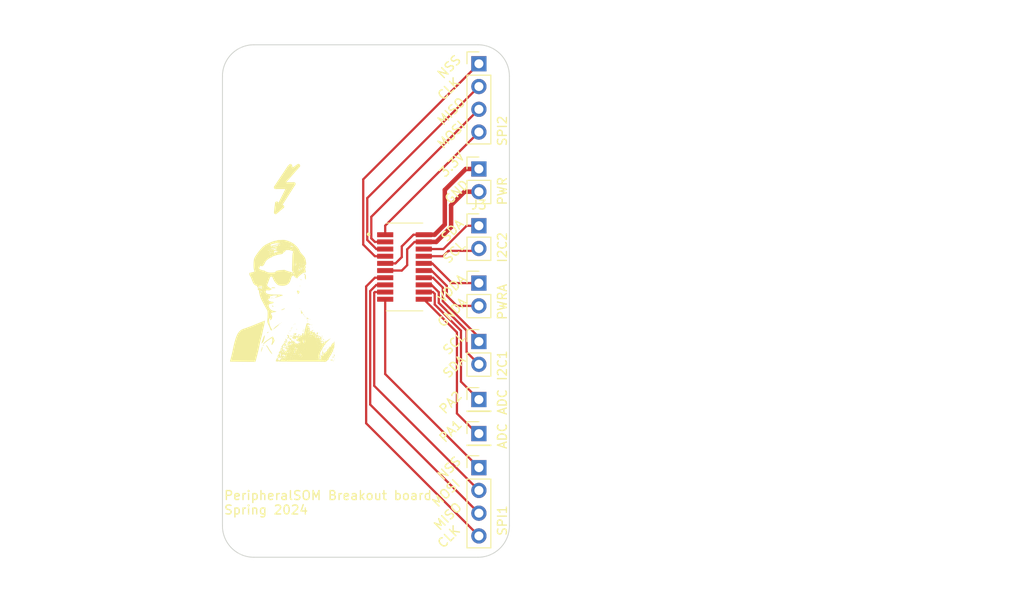
<source format=kicad_pcb>
(kicad_pcb (version 20221018) (generator pcbnew)
  (layers (0 "F.Cu" signal) (31 "B.Cu" signal) (34 "B.Paste" user) (35 "F.Paste" user) (36 "B.SilkS" user "B.Silkscreen") (37 "F.SilkS" user "F.Silkscreen") (38 "B.Mask" user) (39 "F.Mask" user) (44 "Edge.Cuts" user))
  (net 0 "")
  (net 1 "+3.3V")
  (net 2 "GND")
  (net 3 "/I2C1_SDA")
  (net 4 "/I2C1_SCL")
  (net 5 "/I2C2_SDA")
  (net 6 "/I2C2_SCL")
  (net 7 "VDDA")
  (net 8 "GNDA")
  (net 9 "/SPI1_MISO")
  (net 10 "/SPI1_MOSI")
  (net 11 "/SPI1_CLK")
  (net 12 "/SPI1_NSS")
  (net 13 "/SPI2_MISO")
  (net 14 "/SPI2_MOSI")
  (net 15 "/SPI2_CLK")
  (net 16 "/SPI2_NSS")
  (net 17 "/PA1")
  (net 18 "/PA2")
  (footprint "UTSVT_Special:Hallock_Image_Tiny" (layer "F.Cu") (at 141 101.8)
    (fp_text reference "G***" hide)
    (fp_text value "LOGO" hide)
  )
  (footprint "Connector_PinHeader_2.54mm:PinHeader_1x02_P2.54mm_Vertical" (layer "F.Cu") (at 163.4 100)
    (fp_text reference "J4" hide)
    (fp_text value "Conn_01x02")
    (pad "1" thru_hole rect (at 0 0) (size 1.7 1.7) (drill 1) (layers "*.Cu" "*.Mask") (net 7 "VDDA"))
    (pad "2" thru_hole oval (at 0 2.54) (size 1.7 1.7) (drill 1) (layers "*.Cu" "*.Mask") (net 8 "GNDA"))
  )
  (footprint "Connector_PinHeader_2.54mm:PinHeader_1x02_P2.54mm_Vertical" (layer "F.Cu") (at 163.4 87.26)
    (fp_text reference "J1" hide)
    (fp_text value "Conn_01x02")
    (pad "1" thru_hole rect (at 0 0) (size 1.7 1.7) (drill 1) (layers "*.Cu" "*.Mask") (net 1 "+3.3V"))
    (pad "2" thru_hole oval (at 0 2.54) (size 1.7 1.7) (drill 1) (layers "*.Cu" "*.Mask") (net 2 "GND"))
  )
  (footprint "UTSVT_Special:PeripheralSOM" (layer "F.Cu") (at 138.844 98.708)
    (fp_text reference "U1" hide)
    (fp_text value "~")
    (pad "" np_thru_hole circle locked (at -0.244 -21.508) (size 3 3) (drill 3) (layers "*.Cu" "*.Mask"))
    (pad "" np_thru_hole circle locked (at -0.244 20.492) (size 3 3) (drill 3) (layers "*.Cu" "*.Mask"))
    (pad "1" smd rect locked (at 14.106 -4.108 90) (size 0.55 1.8) (layers "F.Cu" "F.Paste" "F.Mask") (net 14 "/SPI2_MOSI"))
    (pad "2" smd rect locked (at 18.406 -4.108 90) (size 0.55 1.8) (layers "F.Cu" "F.Paste" "F.Mask") (net 1 "+3.3V"))
    (pad "3" smd rect locked (at 14.106 -3.308 90) (size 0.55 1.8) (layers "F.Cu" "F.Paste" "F.Mask") (net 13 "/SPI2_MISO"))
    (pad "4" smd rect locked (at 18.406 -3.308 90) (size 0.55 1.8) (layers "F.Cu" "F.Paste" "F.Mask") (net 2 "GND"))
    (pad "5" smd rect locked (at 14.106 -2.508 90) (size 0.55 1.8) (layers "F.Cu" "F.Paste" "F.Mask") (net 15 "/SPI2_CLK"))
    (pad "6" smd rect locked (at 18.406 -2.508 90) (size 0.55 1.8) (layers "F.Cu" "F.Paste" "F.Mask") (net 5 "/I2C2_SDA"))
    (pad "7" smd rect locked (at 14.106 -1.708 90) (size 0.55 1.8) (layers "F.Cu" "F.Paste" "F.Mask") (net 16 "/SPI2_NSS"))
    (pad "8" smd rect locked (at 18.406 -1.708 90) (size 0.55 1.8) (layers "F.Cu" "F.Paste" "F.Mask") (net 6 "/I2C2_SCL"))
    (pad "9" smd rect locked (at 14.106 -0.908 90) (size 0.55 1.8) (layers "F.Cu" "F.Paste" "F.Mask") (net 1 "+3.3V"))
    (pad "10" smd rect locked (at 18.406 -0.908 90) (size 0.55 1.8) (layers "F.Cu" "F.Paste" "F.Mask") (net 7 "VDDA"))
    (pad "11" smd rect locked (at 14.106 -0.108 90) (size 0.55 1.8) (layers "F.Cu" "F.Paste" "F.Mask") (net 2 "GND"))
    (pad "12" smd rect locked (at 18.406 -0.108 90) (size 0.55 1.8) (layers "F.Cu" "F.Paste" "F.Mask") (net 8 "GNDA"))
    (pad "13" smd rect locked (at 14.106 0.692 90) (size 0.55 1.8) (layers "F.Cu" "F.Paste" "F.Mask") (net 11 "/SPI1_CLK"))
    (pad "14" smd rect locked (at 18.406 0.692 90) (size 0.55 1.8) (layers "F.Cu" "F.Paste" "F.Mask") (net 4 "/I2C1_SCL"))
    (pad "15" smd rect locked (at 14.106 1.492 90) (size 0.55 1.8) (layers "F.Cu" "F.Paste" "F.Mask") (net 9 "/SPI1_MISO"))
    (pad "16" smd rect locked (at 18.406 1.492 90) (size 0.55 1.8) (layers "F.Cu" "F.Paste" "F.Mask") (net 3 "/I2C1_SDA"))
    (pad "17" smd rect locked (at 14.106 2.292 90) (size 0.55 1.8) (layers "F.Cu" "F.Paste" "F.Mask") (net 10 "/SPI1_MOSI"))
    (pad "18" smd rect locked (at 18.406 2.292 90) (size 0.55 1.8) (layers "F.Cu" "F.Paste" "F.Mask") (net 18 "/PA2"))
    (pad "19" smd rect locked (at 14.106 3.092 90) (size 0.55 1.8) (layers "F.Cu" "F.Paste" "F.Mask") (net 12 "/SPI1_NSS"))
    (pad "20" smd rect locked (at 18.406 3.092 90) (size 0.55 1.8) (layers "F.Cu" "F.Paste" "F.Mask") (net 17 "/PA1"))
  )
  (footprint "Connector_PinHeader_2.54mm:PinHeader_1x04_P2.54mm_Vertical" (layer "F.Cu") (at 163.4 120.6)
    (fp_text reference "J5" hide)
    (fp_text value "Conn_01x04")
    (pad "1" thru_hole rect (at 0 0) (size 1.7 1.7) (drill 1) (layers "*.Cu" "*.Mask") (net 12 "/SPI1_NSS"))
    (pad "2" thru_hole oval (at 0 2.54) (size 1.7 1.7) (drill 1) (layers "*.Cu" "*.Mask") (net 10 "/SPI1_MOSI"))
    (pad "3" thru_hole oval (at 0 5.08) (size 1.7 1.7) (drill 1) (layers "*.Cu" "*.Mask") (net 9 "/SPI1_MISO"))
    (pad "4" thru_hole oval (at 0 7.62) (size 1.7 1.7) (drill 1) (layers "*.Cu" "*.Mask") (net 11 "/SPI1_CLK"))
  )
  (footprint "Connector_PinHeader_2.54mm:PinHeader_1x02_P2.54mm_Vertical" (layer "F.Cu") (at 163.4 106.525)
    (fp_text reference "J2" hide)
    (fp_text value "Conn_01x02")
    (pad "1" thru_hole rect (at 0 0) (size 1.7 1.7) (drill 1) (layers "*.Cu" "*.Mask") (net 4 "/I2C1_SCL"))
    (pad "2" thru_hole oval (at 0 2.54) (size 1.7 1.7) (drill 1) (layers "*.Cu" "*.Mask") (net 3 "/I2C1_SDA"))
  )
  (footprint "Connector_PinHeader_2.54mm:PinHeader_1x01_P2.54mm_Vertical" (layer "F.Cu") (at 163.4 116.8)
    (fp_text reference "J7" hide)
    (fp_text value "Conn_01x01")
    (pad "1" thru_hole rect (at 0 0) (size 1.7 1.7) (drill 1) (layers "*.Cu" "*.Mask") (net 17 "/PA1"))
  )
  (footprint "Connector_PinHeader_2.54mm:PinHeader_1x04_P2.54mm_Vertical" (layer "F.Cu") (at 163.4 75.52)
    (fp_text reference "J6" hide)
    (fp_text value "Conn_01x04")
    (pad "1" thru_hole rect (at 0 0) (size 1.7 1.7) (drill 1) (layers "*.Cu" "*.Mask") (net 16 "/SPI2_NSS"))
    (pad "2" thru_hole oval (at 0 2.54) (size 1.7 1.7) (drill 1) (layers "*.Cu" "*.Mask") (net 15 "/SPI2_CLK"))
    (pad "3" thru_hole oval (at 0 5.08) (size 1.7 1.7) (drill 1) (layers "*.Cu" "*.Mask") (net 13 "/SPI2_MISO"))
    (pad "4" thru_hole oval (at 0 7.62) (size 1.7 1.7) (drill 1) (layers "*.Cu" "*.Mask") (net 14 "/SPI2_MOSI"))
  )
  (footprint "UTSVT_Special:Symbol_HighVoltage_Small" (layer "F.Cu") (at 141.111 90.0715)
    (fp_text reference "REF**" hide)
    (fp_text value "Symbol_HighVoltage_Small" hide)
  )
  (footprint "Connector_PinHeader_2.54mm:PinHeader_1x02_P2.54mm_Vertical" (layer "F.Cu") (at 163.4 93.6)
    (fp_text reference "J3" (at 0 -2.33) (layer "F.SilkS"))
    (fp_text value "Conn_01x02")
    (pad "1" thru_hole rect (at 0 0) (size 1.7 1.7) (drill 1) (layers "*.Cu" "*.Mask") (net 5 "/I2C2_SDA"))
    (pad "2" thru_hole oval (at 0 2.54) (size 1.7 1.7) (drill 1) (layers "*.Cu" "*.Mask") (net 6 "/I2C2_SCL"))
  )
  (footprint "Connector_PinHeader_2.54mm:PinHeader_1x01_P2.54mm_Vertical" (layer "F.Cu") (at 163.4 113)
    (fp_text reference "J8" hide)
    (fp_text value "Conn_01x01")
    (pad "1" thru_hole rect (at 0 0) (size 1.7 1.7) (drill 1) (layers "*.Cu" "*.Mask") (net 18 "/PA2"))
  )
  (gr_line (start 134.8 127.1) (end 134.8 76.9) (stroke (width 0.1)) (layer "Edge.Cuts"))
  (gr_line (start 138.3 73.4) (end 163.3 73.4) (stroke (width 0.1)) (layer "Edge.Cuts"))
  (gr_arc (start 166.8 127.1) (mid 165.774874 129.574874) (end 163.3 130.6) (stroke (width 0.1)) (layer "Edge.Cuts"))
  (gr_line (start 166.8 76.9) (end 166.8 127.1) (stroke (width 0.1)) (layer "Edge.Cuts"))
  (gr_arc (start 138.3 130.6) (mid 135.825126 129.574874) (end 134.8 127.1) (stroke (width 0.1)) (layer "Edge.Cuts"))
  (gr_line (start 163.3 130.6) (end 138.3 130.6) (stroke (width 0.1)) (layer "Edge.Cuts"))
  (gr_arc (start 134.8 76.9) (mid 135.825126 74.425126) (end 138.3 73.4) (stroke (width 0.1)) (layer "Edge.Cuts"))
  (gr_arc (start 163.3 73.4) (mid 165.774874 74.425126) (end 166.8 76.9) (stroke (width 0.1)) (layer "Edge.Cuts"))
  (gr_text "SPI2" (at 166.6 84.8 90) (layer "F.SilkS") (effects (font (size 1 1)) (justify left bottom)))
  (gr_text "VDDA" (at 159.4 102.4 45) (layer "F.SilkS") (effects (font (size 1 1)) (justify left bottom)))
  (gr_text "SCL" (at 160 98 45) (layer "F.SilkS") (effects (font (size 1 1)) (justify left bottom)))
  (gr_text "PeripheralSOM Breakout board\nSpring 2024" (at 134.9 125.9) (layer "F.SilkS") (effects (font (size 1 1)) (justify left bottom)))
  (gr_text "SDA" (at 160 110.8 45) (layer "F.SilkS") (effects (font (size 1 1)) (justify left bottom)))
  (gr_text "NSS" (at 159.4 77.4 45) (layer "F.SilkS") (effects (font (size 1 1)) (justify left bottom)))
  (gr_text "MISO" (at 159.4 82.6 45) (layer "F.SilkS") (effects (font (size 1 1)) (justify left bottom)))
  (gr_text "SDA" (at 159.8 95.6 45) (layer "F.SilkS") (effects (font (size 1 1)) (justify left bottom)))
  (gr_text "PA1" (at 159.6 118 45) (layer "F.SilkS") (effects (font (size 1 1)) (justify left bottom)))
  (gr_text "MOSI" (at 159.4 85.2 45) (layer "F.SilkS") (effects (font (size 1 1)) (justify left bottom)))
  (gr_text "MISO" (at 159 127.8 45) (layer "F.SilkS") (effects (font (size 1 1)) (justify left bottom)))
  (gr_text "PA2" (at 159.6 114.8 45) (layer "F.SilkS") (effects (font (size 1 1)) (justify left bottom)))
  (gr_text "GNDA" (at 159.4 105.14 45) (layer "F.SilkS") (effects (font (size 1 1)) (justify left bottom)))
  (gr_text "SCL" (at 160 108.2 45) (layer "F.SilkS") (effects (font (size 1 1)) (justify left bottom)))
  (gr_text "GND" (at 160.2 91.4 45) (layer "F.SilkS") (effects (font (size 1 1)) (justify left bottom)))
  (gr_text "I2C2" (at 166.6 97.8 90) (layer "F.SilkS") (effects (font (size 1 1)) (justify left bottom)))
  (gr_text "NSS" (at 159.4 122.2 45) (layer "F.SilkS") (effects (font (size 1 1)) (justify left bottom)))
  (gr_text "ADC" (at 166.6 114.8 90) (layer "F.SilkS") (effects (font (size 1 1)) (justify left bottom)))
  (gr_text "I2C1" (at 166.6 111 90) (layer "F.SilkS") (effects (font (size 1 1)) (justify left bottom)))
  (gr_text "PWRA" (at 166.6 104.2 90) (layer "F.SilkS") (effects (font (size 1 1)) (justify left bottom)))
  (gr_text "ADC" (at 166.6 118.6 90) (layer "F.SilkS") (effects (font (size 1 1)) (justify left bottom)))
  (gr_text "SPI1" (at 166.6 128.3 90) (layer "F.SilkS") (effects (font (size 1 1)) (justify left bottom)))
  (gr_text "3.3V" (at 159.6 88.4 45) (layer "F.SilkS") (effects (font (size 1 1)) (justify left bottom)))
  (gr_text "MOSI" (at 158.8 125.2 45) (layer "F.SilkS") (effects (font (size 1 1)) (justify left bottom)))
  (gr_text "PWR" (at 166.6 91.4 90) (layer "F.SilkS") (effects (font (size 1 1)) (justify left bottom)))
  (gr_text "CLK" (at 159.4 79.8 45) (layer "F.SilkS") (effects (font (size 1 1)) (justify left bottom)))
  (gr_text "CLK" (at 159.4 129.8 45) (layer "F.SilkS") (effects (font (size 1 1)) (justify left bottom)))
  (segment (start 159.6 89.6) (end 161.94 87.26) (width 0.5) (layer "F.Cu") (net 1))
  (segment (start 154.1 97.8) (end 154.8 97.1) (width 0.25) (layer "F.Cu") (net 1))
  (segment (start 154.8 97.1) (end 154.8 95.9) (width 0.25) (layer "F.Cu") (net 1))
  (segment (start 152.95 97.8) (end 154.1 97.8) (width 0.25) (layer "F.Cu") (net 1))
  (segment (start 159.6 93.46005) (end 159.6 89.6) (width 0.5) (layer "F.Cu") (net 1))
  (segment (start 156.1 94.6) (end 157.25 94.6) (width 0.25) (layer "F.Cu") (net 1))
  (segment (start 161.94 87.26) (end 163.4 87.26) (width 0.5) (layer "F.Cu") (net 1))
  (segment (start 157.25 94.6) (end 158.46005 94.6) (width 0.5) (layer "F.Cu") (net 1))
  (segment (start 158.46005 94.6) (end 159.6 93.46005) (width 0.5) (layer "F.Cu") (net 1))
  (segment (start 154.8 95.9) (end 156.1 94.6) (width 0.25) (layer "F.Cu") (net 1))
  (segment (start 152.95 98.6) (end 154.8 98.6) (width 0.25) (layer "F.Cu") (net 2))
  (segment (start 160.3 91.3) (end 161.8 89.8) (width 0.5) (layer "F.Cu") (net 2))
  (segment (start 160.3 93.749999) (end 160.3 91.3) (width 0.5) (layer "F.Cu") (net 2))
  (segment (start 154.8 98.6) (end 155.4 98) (width 0.25) (layer "F.Cu") (net 2))
  (segment (start 156.225 95.4) (end 157.25 95.4) (width 0.25) (layer "F.Cu") (net 2))
  (segment (start 158.649999 95.4) (end 160.3 93.749999) (width 0.5) (layer "F.Cu") (net 2))
  (segment (start 157.25 95.4) (end 158.649999 95.4) (width 0.5) (layer "F.Cu") (net 2))
  (segment (start 161.8 89.8) (end 163.4 89.8) (width 0.5) (layer "F.Cu") (net 2))
  (segment (start 155.4 96.225) (end 156.225 95.4) (width 0.25) (layer "F.Cu") (net 2))
  (segment (start 155.4 98) (end 155.4 96.225) (width 0.25) (layer "F.Cu") (net 2))
  (segment (start 157.25 100.2) (end 158.111396 100.2) (width 0.25) (layer "F.Cu") (net 3))
  (segment (start 158.111396 100.2) (end 158.925 101.013604) (width 0.25) (layer "F.Cu") (net 3))
  (segment (start 158.925 102.202208) (end 162.025 105.302208) (width 0.25) (layer "F.Cu") (net 3))
  (segment (start 162.025 105.302208) (end 162.025 107.69) (width 0.25) (layer "F.Cu") (net 3))
  (segment (start 162.025 107.69) (end 163.4 109.065) (width 0.25) (layer "F.Cu") (net 3))
  (segment (start 158.925 101.013604) (end 158.925 102.202208) (width 0.25) (layer "F.Cu") (net 3))
  (segment (start 158.275 99.4) (end 159.375 100.5) (width 0.25) (layer "F.Cu") (net 4))
  (segment (start 159.375 100.5) (end 159.375 102.015812) (width 0.25) (layer "F.Cu") (net 4))
  (segment (start 163.4 106.040812) (end 163.4 106.525) (width 0.25) (layer "F.Cu") (net 4))
  (segment (start 157.25 99.4) (end 158.275 99.4) (width 0.25) (layer "F.Cu") (net 4))
  (segment (start 159.375 102.015812) (end 163.4 106.040812) (width 0.25) (layer "F.Cu") (net 4))
  (segment (start 162.036396 93.6) (end 163.4 93.6) (width 0.25) (layer "F.Cu") (net 5))
  (segment (start 157.25 96.2) (end 159.436396 96.2) (width 0.25) (layer "F.Cu") (net 5))
  (segment (start 159.436396 96.2) (end 162.036396 93.6) (width 0.25) (layer "F.Cu") (net 5))
  (segment (start 159.4 97) (end 160 96.4) (width 0.25) (layer "F.Cu") (net 6))
  (segment (start 157.25 97) (end 159.4 97) (width 0.25) (layer "F.Cu") (net 6))
  (segment (start 160 96.4) (end 163.14 96.4) (width 0.25) (layer "F.Cu") (net 6))
  (segment (start 163.14 96.4) (end 163.4 96.14) (width 0.25) (layer "F.Cu") (net 6))
  (segment (start 160.4 100) (end 163.4 100) (width 0.25) (layer "F.Cu") (net 7))
  (segment (start 158.2 97.8) (end 160.4 100) (width 0.25) (layer "F.Cu") (net 7))
  (segment (start 157.25 97.8) (end 158.2 97.8) (width 0.25) (layer "F.Cu") (net 7))
  (segment (start 158.111396 98.6) (end 159.825 100.313604) (width 0.25) (layer "F.Cu") (net 8))
  (segment (start 159.825 100.313604) (end 159.825 101.425) (width 0.25) (layer "F.Cu") (net 8))
  (segment (start 159.825 101.425) (end 160.94 102.54) (width 0.25) (layer "F.Cu") (net 8))
  (segment (start 160.94 102.54) (end 163.4 102.54) (width 0.25) (layer "F.Cu") (net 8))
  (segment (start 157.25 98.6) (end 158.111396 98.6) (width 0.25) (layer "F.Cu") (net 8))
  (segment (start 151.963604 100.2) (end 152.95 100.2) (width 0.25) (layer "F.Cu") (net 9))
  (segment (start 151.275 113.555) (end 151.275 100.888604) (width 0.25) (layer "F.Cu") (net 9))
  (segment (start 163.4 125.68) (end 151.275 113.555) (width 0.25) (layer "F.Cu") (net 9))
  (segment (start 151.275 100.888604) (end 151.963604 100.2) (width 0.25) (layer "F.Cu") (net 9))
  (segment (start 151.8 101) (end 151.725 101.075) (width 0.25) (layer "F.Cu") (net 10))
  (segment (start 151.725 111.465) (end 163.4 123.14) (width 0.25) (layer "F.Cu") (net 10))
  (segment (start 151.725 101.075) (end 151.725 111.465) (width 0.25) (layer "F.Cu") (net 10))
  (segment (start 152.95 101) (end 151.8 101) (width 0.25) (layer "F.Cu") (net 10))
  (segment (start 150.825 115.645) (end 150.825 100.375) (width 0.25) (layer "F.Cu") (net 11))
  (segment (start 151.8 99.4) (end 152.95 99.4) (width 0.25) (layer "F.Cu") (net 11))
  (segment (start 163.4 128.22) (end 150.825 115.645) (width 0.25) (layer "F.Cu") (net 11))
  (segment (start 150.825 100.375) (end 151.8 99.4) (width 0.25) (layer "F.Cu") (net 11))
  (segment (start 163.4 120.6) (end 152.95 110.15) (width 0.25) (layer "F.Cu") (net 12))
  (segment (start 152.95 110.15) (end 152.95 101.8) (width 0.25) (layer "F.Cu") (net 12))
  (segment (start 151.4 92.6) (end 163.4 80.6) (width 0.25) (layer "F.Cu") (net 13))
  (segment (start 151.8 95.4) (end 151.4 95) (width 0.25) (layer "F.Cu") (net 13))
  (segment (start 151.4 95) (end 151.4 92.6) (width 0.25) (layer "F.Cu") (net 13))
  (segment (start 152.95 95.4) (end 151.8 95.4) (width 0.25) (layer "F.Cu") (net 13))
  (segment (start 163.4 83.14) (end 152.95 93.59) (width 0.25) (layer "F.Cu") (net 14))
  (segment (start 152.95 93.59) (end 152.95 94.6) (width 0.25) (layer "F.Cu") (net 14))
  (segment (start 150.95 95.186396) (end 151.963604 96.2) (width 0.25) (layer "F.Cu") (net 15))
  (segment (start 150.95 90.51) (end 150.95 95.186396) (width 0.25) (layer "F.Cu") (net 15))
  (segment (start 163.4 78.06) (end 150.95 90.51) (width 0.25) (layer "F.Cu") (net 15))
  (segment (start 151.963604 96.2) (end 152.95 96.2) (width 0.25) (layer "F.Cu") (net 15))
  (segment (start 150.5 95.7) (end 150.5 88.42) (width 0.25) (layer "F.Cu") (net 16))
  (segment (start 151.8 97) (end 150.5 95.7) (width 0.25) (layer "F.Cu") (net 16))
  (segment (start 152.95 97) (end 151.8 97) (width 0.25) (layer "F.Cu") (net 16))
  (segment (start 150.5 88.42) (end 163.4 75.52) (width 0.25) (layer "F.Cu") (net 16))
  (segment (start 160.95 114.55) (end 163.2 116.8) (width 0.25) (layer "F.Cu") (net 17))
  (segment (start 157.25 101.8) (end 160.95 105.5) (width 0.25) (layer "F.Cu") (net 17))
  (segment (start 163.2 116.8) (end 163.4 116.8) (width 0.25) (layer "F.Cu") (net 17))
  (segment (start 160.95 105.5) (end 160.95 114.55) (width 0.25) (layer "F.Cu") (net 17))
  (segment (start 158.475 101.2) (end 158.475 102.388604) (width 0.25) (layer "F.Cu") (net 18))
  (segment (start 157.25 101) (end 158.275 101) (width 0.25) (layer "F.Cu") (net 18))
  (segment (start 158.475 102.388604) (end 161.4 105.313604) (width 0.25) (layer "F.Cu") (net 18))
  (segment (start 161.4 111) (end 163.4 113) (width 0.25) (layer "F.Cu") (net 18))
  (segment (start 158.275 101) (end 158.475 101.2) (width 0.25) (layer "F.Cu") (net 18))
  (segment (start 161.4 105.313604) (end 161.4 111) (width 0.25) (layer "F.Cu") (net 18))
)
</source>
